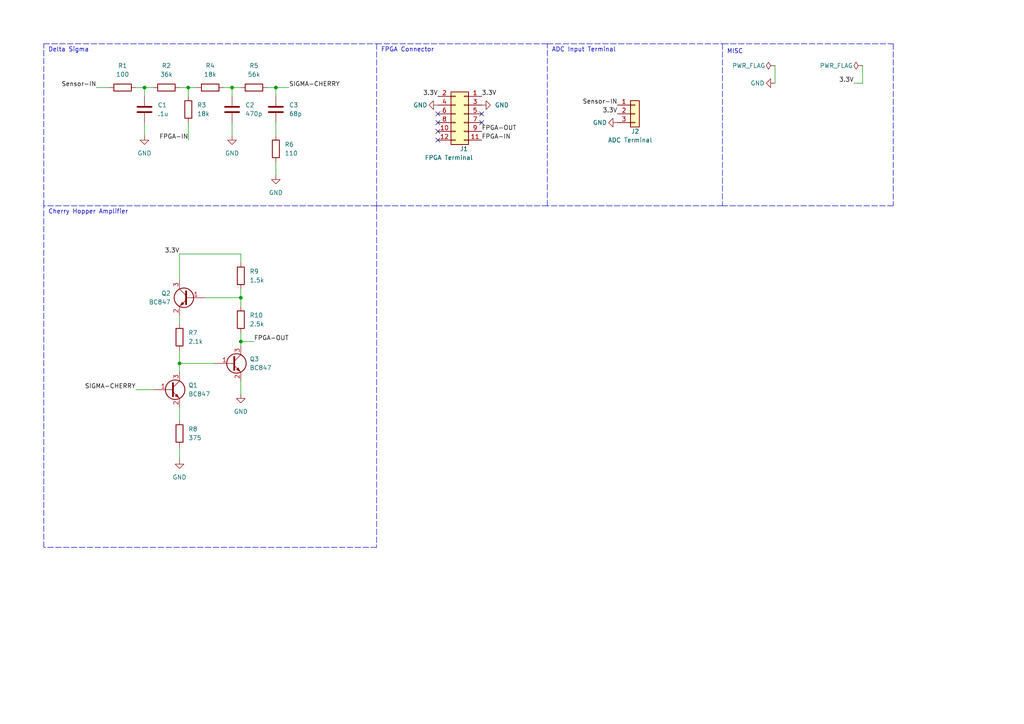
<source format=kicad_sch>
(kicad_sch (version 20211123) (generator eeschema)
  (paper "A4")
  (lib_symbols
    (symbol "Connector_Generic:Conn_01x03" (pin_names (offset 1.016) hide)
      (property "Reference" "J" (at 0 5.08 0))
      (property "Value" "Conn_01x03" (at 0 -5.08 0))
      (symbol "Conn_01x03_1_1"
        (rectangle (start -1.27 -2.413) (end 0 -2.667) (stroke (width 0.1524)))
        (rectangle (start -1.27 0.127) (end 0 -0.127) (stroke (width 0.1524)))
        (rectangle (start -1.27 2.667) (end 0 2.413) (stroke (width 0.1524)))
        (rectangle (start -1.27 3.81) (end 1.27 -3.81) (stroke (width 0.254)) (fill (type background)))
        (pin passive line (at -5.08 2.54 0) (length 3.81) (name "Pin_1") (number "1"))
        (pin passive line (at -5.08 0 0) (length 3.81) (name "Pin_2") (number "2"))
        (pin passive line (at -5.08 -2.54 0) (length 3.81) (name "Pin_3") (number "3"))
      )
    )
    (symbol "Connector_Generic:Conn_02x06_Odd_Even" (pin_names (offset 1.016) hide)
      (property "Reference" "J" (at 1.27 7.62 0))
      (property "Value" "Conn_02x06_Odd_Even" (at 1.27 -10.16 0))
      (symbol "Conn_02x06_Odd_Even_1_1"
        (rectangle (start -1.27 -7.493) (end 0 -7.747) (stroke (width 0.1524)))
        (rectangle (start -1.27 -4.953) (end 0 -5.207) (stroke (width 0.1524)))
        (rectangle (start -1.27 -2.413) (end 0 -2.667) (stroke (width 0.1524)))
        (rectangle (start -1.27 0.127) (end 0 -0.127) (stroke (width 0.1524)))
        (rectangle (start -1.27 2.667) (end 0 2.413) (stroke (width 0.1524)))
        (rectangle (start -1.27 5.207) (end 0 4.953) (stroke (width 0.1524)))
        (rectangle (start -1.27 6.35) (end 3.81 -8.89) (stroke (width 0.254)) (fill (type background)))
        (rectangle (start 3.81 -7.493) (end 2.54 -7.747) (stroke (width 0.1524)))
        (rectangle (start 3.81 -4.953) (end 2.54 -5.207) (stroke (width 0.1524)))
        (rectangle (start 3.81 -2.413) (end 2.54 -2.667) (stroke (width 0.1524)))
        (rectangle (start 3.81 0.127) (end 2.54 -0.127) (stroke (width 0.1524)))
        (rectangle (start 3.81 2.667) (end 2.54 2.413) (stroke (width 0.1524)))
        (rectangle (start 3.81 5.207) (end 2.54 4.953) (stroke (width 0.1524)))
        (pin passive line (at -5.08 5.08 0) (length 3.81) (name "Pin_1") (number "1"))
        (pin passive line (at 7.62 -5.08 180) (length 3.81) (name "Pin_10") (number "10"))
        (pin passive line (at -5.08 -7.62 0) (length 3.81) (name "Pin_11") (number "11"))
        (pin passive line (at 7.62 -7.62 180) (length 3.81) (name "Pin_12") (number "12"))
        (pin passive line (at 7.62 5.08 180) (length 3.81) (name "Pin_2") (number "2"))
        (pin passive line (at -5.08 2.54 0) (length 3.81) (name "Pin_3") (number "3"))
        (pin passive line (at 7.62 2.54 180) (length 3.81) (name "Pin_4") (number "4"))
        (pin passive line (at -5.08 0 0) (length 3.81) (name "Pin_5") (number "5"))
        (pin passive line (at 7.62 0 180) (length 3.81) (name "Pin_6") (number "6"))
        (pin passive line (at -5.08 -2.54 0) (length 3.81) (name "Pin_7") (number "7"))
        (pin passive line (at 7.62 -2.54 180) (length 3.81) (name "Pin_8") (number "8"))
        (pin passive line (at -5.08 -5.08 0) (length 3.81) (name "Pin_9") (number "9"))
      )
    )
    (symbol "Device:C" (pin_numbers hide) (pin_names (offset 0.254))
      (property "Reference" "C" (at 0.635 2.54 0))
      (property "Value" "C" (at 0.635 -2.54 0))
      (symbol "C_0_1"
        (polyline (pts (xy -2.032 -0.762) (xy 2.032 -0.762)) (stroke (width 0.508)))
        (polyline (pts (xy -2.032 0.762) (xy 2.032 0.762)) (stroke (width 0.508)))
      )
      (symbol "C_1_1"
        (pin passive line (at 0 3.81 270) (length 2.794) (name "~") (number "1"))
        (pin passive line (at 0 -3.81 90) (length 2.794) (name "~") (number "2"))
      )
    )
    (symbol "Device:R" (pin_numbers hide) (pin_names (offset 0))
      (property "Reference" "R" (at 2.032 0 90))
      (property "Value" "R" (at 0 0 90))
      (symbol "R_0_1"
        (rectangle (start -1.016 -2.54) (end 1.016 2.54) (stroke (width 0.254)))
      )
      (symbol "R_1_1"
        (pin passive line (at 0 3.81 270) (length 1.27) (name "~") (number "1"))
        (pin passive line (at 0 -3.81 90) (length 1.27) (name "~") (number "2"))
      )
    )
    (symbol "Transistor_BJT:BC847" (pin_names (offset 0) hide)
      (property "Reference" "Q" (at 5.08 1.905 0))
      (property "Value" "BC847" (at 5.08 0 0))
      (symbol "BC847_0_1"
        (polyline (pts (xy 0.635 0.635) (xy 2.54 2.54)))
        (polyline (pts (xy 0.635 -0.635) (xy 2.54 -2.54) (xy 2.54 -2.54)))
        (polyline (pts (xy 0.635 1.905) (xy 0.635 -1.905) (xy 0.635 -1.905)) (stroke (width 0.508)))
        (polyline (pts (xy 1.27 -1.778) (xy 1.778 -1.27) (xy 2.286 -2.286) (xy 1.27 -1.778) (xy 1.27 -1.778)) (fill (type outline)))
        (circle (center 1.27 0) (radius 2.8194) (stroke (width 0.254)))
      )
      (symbol "BC847_1_1"
        (pin input line (at -5.08 0 0) (length 5.715) (name "B") (number "1"))
        (pin passive line (at 2.54 -5.08 90) (length 2.54) (name "E") (number "2"))
        (pin passive line (at 2.54 5.08 270) (length 2.54) (name "C") (number "3"))
      )
    )
    (symbol "power:GND" (power) (pin_names (offset 0))
      (property "Value" "GND" (at 0 -3.81 0))
      (symbol "GND_0_1"
        (polyline (pts (xy 0 0) (xy 0 -1.27) (xy 1.27 -1.27) (xy 0 -2.54) (xy -1.27 -1.27) (xy 0 -1.27)))
      )
      (symbol "GND_1_1"
        (pin power_in line (at 0 0 270) (length 0) hide (name "GND") (number "1"))
      )
    )
    (symbol "power:PWR_FLAG" (power) (pin_numbers hide) (pin_names (offset 0) hide)
      (property "Value" "PWR_FLAG" (at 0 3.81 0))
      (symbol "PWR_FLAG_0_0"
        (pin power_out line (at 0 0 90) (length 0) (name "pwr") (number "1"))
      )
      (symbol "PWR_FLAG_0_1"
        (polyline (pts (xy 0 0) (xy 0 1.27) (xy -1.016 1.905) (xy 0 2.54) (xy 1.016 1.905) (xy 0 1.27)))
      )
    )
  )
  (junction (at 80.01 25.4))
  (junction (at 69.85 99.06))
  (junction (at 67.31 25.4))
  (junction (at 69.85 86.36))
  (junction (at 41.91 25.4))
  (junction (at 54.61 25.4))
  (junction (at 52.07 105.41))
  (no_connect (at 139.7 35.56))
  (no_connect (at 127 33.02))
  (no_connect (at 127 35.56))
  (no_connect (at 139.7 33.02))
  (no_connect (at 127 40.64))
  (no_connect (at 127 38.1))
  (wire (pts (xy 52.07 25.4) (xy 54.61 25.4)))
  (polyline (pts (xy 109.22 59.69) (xy 158.75 59.69)))
  (polyline (pts (xy 109.22 59.69) (xy 12.7 59.69)))
  (wire (pts (xy 250.19 24.13) (xy 250.19 19.05)))
  (wire (pts (xy 52.07 107.95) (xy 52.07 105.41)))
  (wire (pts (xy 69.85 99.06) (xy 69.85 100.33)))
  (wire (pts (xy 52.07 133.35) (xy 52.07 129.54)))
  (wire (pts (xy 54.61 25.4) (xy 54.61 27.94)))
  (wire (pts (xy 80.01 25.4) (xy 83.82 25.4)))
  (wire (pts (xy 69.85 96.52) (xy 69.85 99.06)))
  (wire (pts (xy 69.85 114.3) (xy 69.85 110.49)))
  (wire (pts (xy 41.91 25.4) (xy 44.45 25.4)))
  (polyline (pts (xy 209.55 12.7) (xy 209.55 59.69)))
  (wire (pts (xy 224.79 19.05) (xy 224.79 24.13)))
  (wire (pts (xy 67.31 25.4) (xy 67.31 27.94)))
  (wire (pts (xy 52.07 105.41) (xy 62.23 105.41)))
  (wire (pts (xy 27.94 25.4) (xy 31.75 25.4)))
  (wire (pts (xy 39.37 25.4) (xy 41.91 25.4)))
  (wire (pts (xy 247.65 24.13) (xy 250.19 24.13)))
  (wire (pts (xy 69.85 83.82) (xy 69.85 86.36)))
  (wire (pts (xy 64.77 25.4) (xy 67.31 25.4)))
  (wire (pts (xy 80.01 35.56) (xy 80.01 39.37)))
  (wire (pts (xy 54.61 25.4) (xy 57.15 25.4)))
  (wire (pts (xy 54.61 35.56) (xy 54.61 40.64)))
  (wire (pts (xy 69.85 76.2) (xy 69.85 73.66)))
  (wire (pts (xy 52.07 73.66) (xy 52.07 81.28)))
  (wire (pts (xy 52.07 91.44) (xy 52.07 93.98)))
  (wire (pts (xy 41.91 35.56) (xy 41.91 39.37)))
  (polyline (pts (xy 109.22 59.69) (xy 109.22 158.75)))
  (polyline (pts (xy 12.7 59.69) (xy 12.7 12.7)))
  (polyline (pts (xy 12.7 158.75) (xy 12.7 59.69)))
  (polyline (pts (xy 209.55 59.69) (xy 158.75 59.69)))
  (wire (pts (xy 69.85 99.06) (xy 73.66 99.06)))
  (wire (pts (xy 41.91 25.4) (xy 41.91 27.94)))
  (polyline (pts (xy 158.75 59.69) (xy 158.75 12.7)))
  (wire (pts (xy 59.69 86.36) (xy 69.85 86.36)))
  (polyline (pts (xy 12.7 12.7) (xy 109.22 12.7)))
  (polyline (pts (xy 158.75 12.7) (xy 209.55 12.7)))
  (wire (pts (xy 77.47 25.4) (xy 80.01 25.4)))
  (wire (pts (xy 67.31 25.4) (xy 69.85 25.4)))
  (polyline (pts (xy 209.55 12.7) (xy 259.08 12.7)))
  (wire (pts (xy 52.07 73.66) (xy 69.85 73.66)))
  (polyline (pts (xy 158.75 12.7) (xy 109.22 12.7)))
  (wire (pts (xy 67.31 35.56) (xy 67.31 39.37)))
  (wire (pts (xy 52.07 121.92) (xy 52.07 118.11)))
  (wire (pts (xy 80.01 25.4) (xy 80.01 27.94)))
  (polyline (pts (xy 109.22 12.7) (xy 109.22 59.69)))
  (wire (pts (xy 39.37 113.03) (xy 44.45 113.03)))
  (wire (pts (xy 80.01 46.99) (xy 80.01 50.8)))
  (polyline (pts (xy 259.08 12.7) (xy 259.08 59.69)))
  (wire (pts (xy 69.85 86.36) (xy 69.85 88.9)))
  (wire (pts (xy 52.07 105.41) (xy 52.07 101.6)))
  (polyline (pts (xy 109.22 158.75) (xy 12.7 158.75)))
  (polyline (pts (xy 259.08 59.69) (xy 209.55 59.69)))
  (text "ADC Input Terminal" (at 160.02 15.24 0) (effects (font (size 1.27 1.27)) (justify left bottom)))
  (text "Cherry Hopper Amplifier\n" (at 13.97 62.23 0) (effects (font (size 1.27 1.27)) (justify left bottom)))
  (text "FPGA Connector" (at 110.49 15.24 0) (effects (font (size 1.27 1.27)) (justify left bottom)))
  (text "Delta Sigma" (at 13.97 15.24 0) (effects (font (size 1.27 1.27)) (justify left bottom)))
  (text "MISC\n\n" (at 210.82 17.78 0) (effects (font (size 1.27 1.27)) (justify left bottom)))
  (label "FPGA-IN" (at 139.7 40.64 0))
  (label "3.3V" (at 247.65 24.13 180))
  (label "FPGA-IN" (at 54.61 40.64 180))
  (label "Sensor-IN" (at 179.07 30.48 180))
  (label "FPGA-OUT" (at 139.7 38.1 0))
  (label "FPGA-OUT" (at 73.66 99.06 0))
  (label "3.3V" (at 52.07 73.66 180))
  (label "3.3V" (at 139.7 27.94 0))
  (label "3.3V" (at 127 27.94 180))
  (label "3.3V" (at 179.07 33.02 180))
  (label "SIGMA-CHERRY" (at 39.37 113.03 180))
  (label "Sensor-IN" (at 27.94 25.4 180))
  (label "SIGMA-CHERRY" (at 83.82 25.4 0))
  (symbol (lib_id "Device:R") (at 73.66 25.4 90) (unit 1)
    (property "Reference" "R5" (at 73.66 19.05 90))
    (property "Value" "56k" (at 73.66 21.59 90))
    (property "Footprint" "Resistor_SMD:R_0201_0603Metric" (effects hide))
    (property "Datasheet" "P123347TR-ND" (effects hide))
  )
  (symbol (lib_id "power:PWR_FLAG") (at 224.79 19.05 90) (unit 1)
    (property "Reference" "#FLG01" (effects hide))
    (property "Value" "PWR_FLAG" (at 217.17 19.05 90))
  )
  (symbol (lib_id "Device:C") (at 41.91 31.75 0) (unit 1)
    (property "Reference" "C1" (at 45.72 30.4799 0) (effects (justify left)))
    (property "Value" ".1u" (at 45.72 33.0199 0) (effects (justify left)))
    (property "Footprint" "Capacitor_SMD:C_0201_0603Metric" (effects hide))
    (property "Datasheet" "478-5266-2-ND" (effects hide))
  )
  (symbol (lib_id "Device:R") (at 69.85 92.71 0) (unit 1)
    (property "Reference" "R10" (at 72.39 91.4399 0) (effects (justify left)))
    (property "Value" "2.5k" (at 72.39 93.9799 0) (effects (justify left)))
    (property "Footprint" "Resistor_SMD:R_0201_0603Metric" (effects hide))
  )
  (symbol (lib_id "power:GND") (at 127 30.48 270) (unit 1)
    (property "Reference" "#PWR06" (effects hide))
    (property "Value" "GND" (at 121.92 30.48 90))
  )
  (symbol (lib_id "power:GND") (at 80.01 50.8 0) (unit 1)
    (property "Reference" "#PWR04" (effects hide))
    (property "Value" "GND" (at 80.01 55.88 0))
  )
  (symbol (lib_id "Device:R") (at 69.85 80.01 0) (unit 1)
    (property "Reference" "R9" (at 72.39 78.7399 0) (effects (justify left)))
    (property "Value" "1.5k" (at 72.39 81.2799 0) (effects (justify left)))
    (property "Footprint" "Resistor_SMD:R_0201_0603Metric" (effects hide))
  )
  (symbol (lib_id "power:GND") (at 69.85 114.3 0) (unit 1)
    (property "Reference" "#PWR0101" (effects hide))
    (property "Value" "GND" (at 69.85 119.38 0))
  )
  (symbol (lib_id "power:GND") (at 52.07 133.35 0) (unit 1)
    (property "Reference" "#PWR0102" (effects hide))
    (property "Value" "GND" (at 52.07 138.43 0))
  )
  (symbol (lib_id "Transistor_BJT:BC847") (at 54.61 86.36 0) (mirror y) (unit 1)
    (property "Reference" "Q2" (at 49.53 85.0899 0) (effects (justify left)))
    (property "Value" "BC847" (at 49.53 87.6299 0) (effects (justify left)))
    (property "Footprint" "Package_TO_SOT_SMD:SOT-23" (effects hide))
    (property "Datasheet" "BFS17NTATR-ND" (effects hide))
  )
  (symbol (lib_id "power:GND") (at 179.07 35.56 270) (unit 1)
    (property "Reference" "#PWR07" (effects hide))
    (property "Value" "GND" (at 173.99 35.56 90))
  )
  (symbol (lib_id "Device:R") (at 60.96 25.4 90) (unit 1)
    (property "Reference" "R4" (at 60.96 19.05 90))
    (property "Value" "18k" (at 60.96 21.59 90))
    (property "Footprint" "Resistor_SMD:R_0201_0603Metric" (effects hide))
    (property "Datasheet" "311-18.0KMTR-ND" (effects hide))
  )
  (symbol (lib_id "power:PWR_FLAG") (at 250.19 19.05 90) (unit 1)
    (property "Reference" "#FLG02" (effects hide))
    (property "Value" "PWR_FLAG" (at 242.57 19.05 90))
  )
  (symbol (lib_id "Device:R") (at 52.07 125.73 0) (unit 1)
    (property "Reference" "R8" (at 54.61 124.4599 0) (effects (justify left)))
    (property "Value" "375" (at 54.61 126.9999 0) (effects (justify left)))
    (property "Footprint" "Resistor_SMD:R_0201_0603Metric" (effects hide))
  )
  (symbol (lib_id "power:GND") (at 139.7 30.48 90) (unit 1)
    (property "Reference" "#PWR05" (effects hide))
    (property "Value" "GND" (at 143.51 30.48 90) (effects (justify right)))
  )
  (symbol (lib_id "Device:R") (at 80.01 43.18 180) (unit 1)
    (property "Reference" "R6" (at 82.55 41.9099 0) (effects (justify right)))
    (property "Value" "110" (at 82.55 44.4499 0) (effects (justify right)))
    (property "Footprint" "Resistor_SMD:R_0201_0603Metric" (effects hide))
    (property "Datasheet" "YAG2379TR-ND" (effects hide))
  )
  (symbol (lib_id "Connector_Generic:Conn_01x03") (at 184.15 33.02 0) (unit 1)
    (property "Reference" "J2" (at 185.4201 38.1 0) (effects (justify right)))
    (property "Value" "ADC Terminal" (at 189.23 40.64 0) (effects (justify right)))
    (property "Footprint" "PinHeader_1x03_P1.00mm_Vertical" (effects hide))
  )
  (symbol (lib_id "Device:R") (at 54.61 31.75 180) (unit 1)
    (property "Reference" "R3" (at 57.15 30.4799 0) (effects (justify right)))
    (property "Value" "18k" (at 57.15 33.0199 0) (effects (justify right)))
    (property "Footprint" "Resistor_SMD:R_0201_0603Metric" (effects hide))
    (property "Datasheet" "311-18.0KMTR-ND" (effects hide))
  )
  (symbol (lib_id "power:GND") (at 41.91 39.37 0) (unit 1)
    (property "Reference" "#PWR01" (effects hide))
    (property "Value" "GND" (at 41.91 44.45 0))
  )
  (symbol (lib_id "Device:R") (at 48.26 25.4 90) (unit 1)
    (property "Reference" "R2" (at 48.26 19.05 90))
    (property "Value" "36k" (at 48.26 21.59 90))
    (property "Footprint" "Resistor_SMD:R_0201_0603Metric" (effects hide))
    (property "Datasheet" "YAG2626TR-ND" (effects hide))
  )
  (symbol (lib_id "Device:C") (at 67.31 31.75 0) (unit 1)
    (property "Reference" "C2" (at 71.12 30.4799 0) (effects (justify left)))
    (property "Value" "470p" (at 71.12 33.0199 0) (effects (justify left)))
    (property "Footprint" "Capacitor_SMD:C_0201_0603Metric" (effects hide))
    (property "Datasheet" "445-12113-2-ND" (effects hide))
  )
  (symbol (lib_id "power:GND") (at 224.79 24.13 270) (unit 1)
    (property "Reference" "#PWR08" (effects hide))
    (property "Value" "GND" (at 219.71 24.13 90))
  )
  (symbol (lib_id "Device:R") (at 35.56 25.4 90) (unit 1)
    (property "Reference" "R1" (at 35.56 19.05 90))
    (property "Value" "100" (at 35.56 21.59 90))
    (property "Footprint" "Resistor_SMD:R_0201_0603Metric" (effects hide))
    (property "Datasheet" "311-100MTR-ND" (effects hide))
  )
  (symbol (lib_id "Device:C") (at 80.01 31.75 0) (unit 1)
    (property "Reference" "C3" (at 83.82 30.4799 0) (effects (justify left)))
    (property "Value" "68p" (at 83.82 33.0199 0) (effects (justify left)))
    (property "Footprint" "Capacitor_SMD:C_0402_1005Metric" (effects hide))
    (property "Datasheet" "478-1080-2-ND" (effects hide))
  )
  (symbol (lib_id "power:GND") (at 67.31 39.37 0) (unit 1)
    (property "Reference" "#PWR03" (effects hide))
    (property "Value" "GND" (at 67.31 44.45 0))
  )
  (symbol (lib_id "Device:R") (at 52.07 97.79 0) (unit 1)
    (property "Reference" "R7" (at 54.61 96.5199 0) (effects (justify left)))
    (property "Value" "2.1k" (at 54.61 99.0599 0) (effects (justify left)))
    (property "Footprint" "Resistor_SMD:R_0201_0603Metric" (effects hide))
  )
  (symbol (lib_id "Transistor_BJT:BC847") (at 49.53 113.03 0) (unit 1)
    (property "Reference" "Q1" (at 54.61 111.7599 0) (effects (justify left)))
    (property "Value" "BC847" (at 54.61 114.2999 0) (effects (justify left)))
    (property "Footprint" "Package_TO_SOT_SMD:SOT-23" (effects hide))
    (property "Datasheet" "BFS17NTATR-ND" (effects hide))
  )
  (symbol (lib_id "Transistor_BJT:BC847") (at 67.31 105.41 0) (unit 1)
    (property "Reference" "Q3" (at 72.39 104.1399 0) (effects (justify left)))
    (property "Value" "BC847" (at 72.39 106.6799 0) (effects (justify left)))
    (property "Footprint" "Package_TO_SOT_SMD:SOT-23" (effects hide))
    (property "Datasheet" "BFS17NTATR-ND" (effects hide))
  )
  (symbol (lib_id "Connector_Generic:Conn_02x06_Odd_Even") (at 134.62 33.02 0) (mirror y) (unit 1)
    (property "Reference" "J1" (at 133.35 43.18 0) (effects (justify right)))
    (property "Value" "FPGA Terminal" (at 123.19 45.72 0) (effects (justify right)))
    (property "Footprint" "PinHeader_2x06_P1.00mm_Horizontal" (effects hide))
  )
)
</source>
